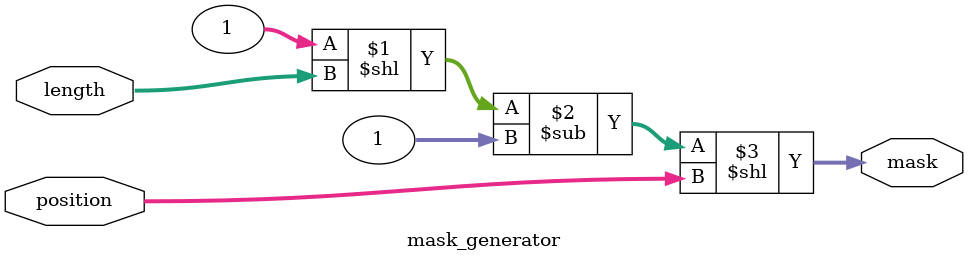
<source format=sv>
module mask_generator #(N = 32) (input  [15:0]  position,
                                 input  [15:0]  length,
                                 output [N-1:0] mask);

   assign mask = ((1 << length) - 1) << position;

endmodule

</source>
